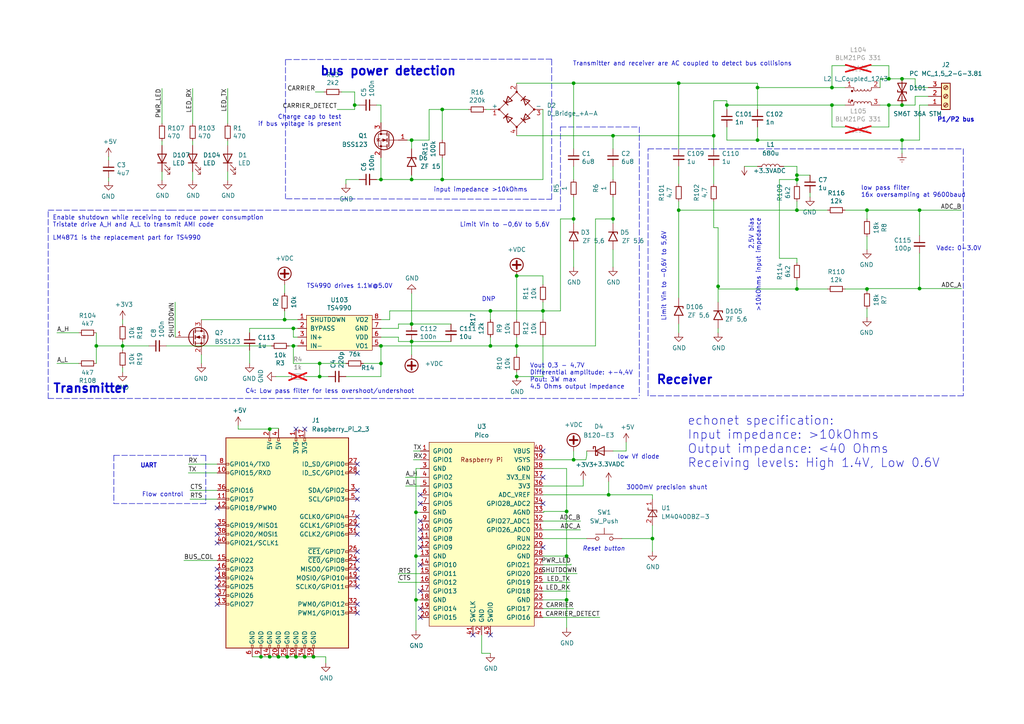
<source format=kicad_sch>
(kicad_sch (version 20230121) (generator eeschema)
  (paper "A4")
  (junction (at 189.23 156.21))
  (junction (at 142.24 100.33))
  (junction (at 120.65 173.99))
  (junction (at 102.87 30.48))
  (junction (at 110.49 105.41))
  (junction (at 196.85 60.96))
  (junction (at 120.65 148.59))
  (junction (at 149.86 100.33))
  (junction (at 75.692 190.5))
  (junction (at 82.55 92.71))
  (junction (at 261.62 22.86))
  (junction (at 176.53 143.51))
  (junction (at 27.94 100.33))
  (junction (at 85.852 190.5))
  (junction (at 110.49 100.33))
  (junction (at 164.338 173.99))
  (junction (at 166.37 63.5))
  (junction (at 119.38 93.98))
  (junction (at 266.7 83.693))
  (junction (at 35.56 100.33))
  (junction (at 80.772 190.5))
  (junction (at 231.14 60.96))
  (junction (at 219.71 40.64))
  (junction (at 196.85 24.13))
  (junction (at 177.8 63.5))
  (junction (at 85.09 100.33))
  (junction (at 210.82 30.48))
  (junction (at 219.71 25.4))
  (junction (at 142.24 90.17))
  (junction (at 119.38 52.07))
  (junction (at 231.14 50.8))
  (junction (at 149.86 109.22))
  (junction (at 241.3 25.4))
  (junction (at 251.46 60.96))
  (junction (at 92.71 109.22))
  (junction (at 266.7 60.96))
  (junction (at 157.48 90.17))
  (junction (at 177.8 39.37))
  (junction (at 78.232 124.46))
  (junction (at 166.37 133.35))
  (junction (at 261.62 40.64))
  (junction (at 257.81 22.86))
  (junction (at 88.392 190.5))
  (junction (at 83.312 190.5))
  (junction (at 128.27 52.07))
  (junction (at 207.01 39.37))
  (junction (at 166.37 24.13))
  (junction (at 257.81 30.48))
  (junction (at 90.932 190.5))
  (junction (at 128.27 31.75))
  (junction (at 110.49 52.07))
  (junction (at 149.86 80.01))
  (junction (at 261.62 30.48))
  (junction (at 119.38 40.64))
  (junction (at 208.28 83.058))
  (junction (at 120.65 161.29))
  (junction (at 164.338 148.336))
  (junction (at 251.46 83.82))
  (junction (at 85.09 95.25))
  (junction (at 119.38 99.06))
  (junction (at 92.71 105.41))
  (junction (at 231.14 52.07))
  (junction (at 231.14 83.82))
  (junction (at 241.3 30.48))
  (junction (at 78.232 190.5))
  (junction (at 164.338 161.29))
  (no_connect (at 142.24 184.15))
  (no_connect (at 137.16 184.15))
  (no_connect (at 103.632 149.86))
  (no_connect (at 121.92 151.13))
  (no_connect (at 121.92 153.67))
  (no_connect (at 121.92 156.21))
  (no_connect (at 121.92 158.75))
  (no_connect (at 157.48 158.75))
  (no_connect (at 157.48 146.05))
  (no_connect (at 157.48 138.43))
  (no_connect (at 121.92 143.51))
  (no_connect (at 121.92 146.05))
  (no_connect (at 121.92 163.83))
  (no_connect (at 121.92 171.45))
  (no_connect (at 121.92 176.53))
  (no_connect (at 121.92 179.07))
  (no_connect (at 103.632 134.62))
  (no_connect (at 103.632 137.16))
  (no_connect (at 62.992 175.26))
  (no_connect (at 85.852 124.46))
  (no_connect (at 103.632 177.8))
  (no_connect (at 103.632 165.1))
  (no_connect (at 103.632 167.64))
  (no_connect (at 103.632 170.18))
  (no_connect (at 103.632 175.26))
  (no_connect (at 103.632 160.02))
  (no_connect (at 103.632 162.56))
  (no_connect (at 103.632 152.4))
  (no_connect (at 103.632 154.94))
  (no_connect (at 62.992 167.64))
  (no_connect (at 62.992 165.1))
  (no_connect (at 62.992 172.72))
  (no_connect (at 62.992 170.18))
  (no_connect (at 88.392 124.46))
  (no_connect (at 62.992 147.32))
  (no_connect (at 103.632 142.24))
  (no_connect (at 103.632 144.78))
  (no_connect (at 62.992 152.4))
  (no_connect (at 62.992 154.94))
  (no_connect (at 62.992 157.48))
  (no_connect (at 157.48 130.81))
  (wire (pts (xy 251.46 60.96) (xy 245.11 60.96)))
  (wire (pts (xy 86.36 97.79) (xy 85.09 97.79)))
  (wire (pts (xy 157.734 148.59) (xy 157.734 148.336)))
  (wire (pts (xy 245.11 36.83) (xy 241.3 36.83)))
  (wire (pts (xy 157.48 179.07) (xy 173.99 179.07)))
  (wire (pts (xy 94.488 190.5) (xy 94.488 192.278)))
  (wire (pts (xy 90.932 190.5) (xy 94.488 190.5)))
  (wire (pts (xy 149.86 39.37) (xy 177.8 39.37)))
  (wire (pts (xy 210.82 29.21) (xy 210.82 30.48)))
  (wire (pts (xy 104.14 52.07) (xy 100.33 52.07)))
  (wire (pts (xy 157.48 90.17) (xy 162.56 90.17)))
  (wire (pts (xy 54.61 137.16) (xy 62.992 137.16)))
  (wire (pts (xy 27.94 100.33) (xy 35.56 100.33)))
  (wire (pts (xy 110.49 95.25) (xy 115.57 95.25)))
  (wire (pts (xy 117.602 138.43) (xy 121.92 138.43)))
  (wire (pts (xy 208.407 83.82) (xy 208.28 83.058)))
  (wire (pts (xy 157.48 171.45) (xy 165.354 171.45)))
  (wire (pts (xy 72.39 95.25) (xy 72.39 96.52)))
  (wire (pts (xy 149.86 100.33) (xy 149.86 102.87)))
  (wire (pts (xy 83.82 109.22) (xy 80.01 109.22)))
  (wire (pts (xy 241.3 30.48) (xy 245.11 30.48)))
  (polyline (pts (xy 160.02 17.145) (xy 82.804 17.272)) (stroke (width 0) (type dash)))
  (wire (pts (xy 266.7 30.48) (xy 266.7 40.64)))
  (wire (pts (xy 210.82 36.83) (xy 210.82 40.64)))
  (wire (pts (xy 100.33 109.22) (xy 110.49 109.22)))
  (wire (pts (xy 231.14 48.26) (xy 231.14 50.8)))
  (wire (pts (xy 166.37 133.35) (xy 169.926 133.35)))
  (wire (pts (xy 27.94 100.33) (xy 27.94 105.41)))
  (wire (pts (xy 252.73 36.83) (xy 257.81 36.83)))
  (wire (pts (xy 196.85 96.52) (xy 196.85 93.98)))
  (wire (pts (xy 99.06 26.67) (xy 102.87 26.67)))
  (wire (pts (xy 128.27 45.72) (xy 128.27 52.07)))
  (wire (pts (xy 164.338 135.89) (xy 164.338 148.336)))
  (wire (pts (xy 149.86 107.95) (xy 149.86 109.22)))
  (wire (pts (xy 157.48 176.53) (xy 166.37 176.53)))
  (wire (pts (xy 165.608 163.576) (xy 165.608 163.83)))
  (wire (pts (xy 180.34 156.21) (xy 189.23 156.21)))
  (wire (pts (xy 110.49 100.33) (xy 142.24 100.33)))
  (wire (pts (xy 119.38 52.07) (xy 128.27 52.07)))
  (wire (pts (xy 110.49 109.22) (xy 110.49 105.41)))
  (wire (pts (xy 177.8 72.39) (xy 177.8 77.47)))
  (wire (pts (xy 140.97 31.75) (xy 142.24 31.75)))
  (wire (pts (xy 164.338 173.99) (xy 164.338 182.118)))
  (wire (pts (xy 119.38 102.87) (xy 119.38 99.06)))
  (wire (pts (xy 166.37 24.13) (xy 196.85 24.13)))
  (wire (pts (xy 241.3 19.05) (xy 245.11 19.05)))
  (wire (pts (xy 157.48 163.83) (xy 165.608 163.83)))
  (wire (pts (xy 234.95 55.88) (xy 234.95 57.15)))
  (wire (pts (xy 255.27 30.48) (xy 257.81 30.48)))
  (wire (pts (xy 196.85 60.96) (xy 231.14 60.96)))
  (wire (pts (xy 257.81 19.05) (xy 257.81 22.86)))
  (polyline (pts (xy 33.02 132.08) (xy 33.02 146.05)) (stroke (width 0) (type dash)))
  (wire (pts (xy 157.48 151.13) (xy 168.402 151.13)))
  (wire (pts (xy 115.57 168.91) (xy 115.57 168.656)))
  (wire (pts (xy 120.65 161.29) (xy 121.92 161.29)))
  (wire (pts (xy 265.43 25.4) (xy 269.24 25.4)))
  (wire (pts (xy 80.772 124.206) (xy 78.232 124.206)))
  (wire (pts (xy 128.27 52.07) (xy 157.48 52.07)))
  (wire (pts (xy 219.71 40.64) (xy 261.62 40.64)))
  (wire (pts (xy 251.46 63.5) (xy 251.46 60.96)))
  (wire (pts (xy 172.72 63.5) (xy 177.8 63.5)))
  (wire (pts (xy 166.37 24.13) (xy 166.37 43.18)))
  (wire (pts (xy 176.53 139.7) (xy 176.53 143.51)))
  (wire (pts (xy 35.56 100.33) (xy 35.56 101.6)))
  (wire (pts (xy 245.11 25.4) (xy 241.3 25.4)))
  (wire (pts (xy 208.28 96.52) (xy 208.28 95.25)))
  (wire (pts (xy 207.01 48.26) (xy 207.01 53.34)))
  (wire (pts (xy 73.152 190.5) (xy 75.692 190.5)))
  (wire (pts (xy 55.118 144.78) (xy 62.992 144.78)))
  (wire (pts (xy 261.62 22.86) (xy 257.81 22.86)))
  (wire (pts (xy 210.82 29.21) (xy 207.01 29.21)))
  (wire (pts (xy 269.24 27.94) (xy 265.43 27.94)))
  (wire (pts (xy 266.7 40.64) (xy 261.62 40.64)))
  (wire (pts (xy 85.09 97.79) (xy 85.09 95.25)))
  (wire (pts (xy 100.33 105.41) (xy 92.71 105.41)))
  (wire (pts (xy 110.49 100.33) (xy 110.49 105.41)))
  (wire (pts (xy 169.164 140.97) (xy 169.164 139.192)))
  (wire (pts (xy 124.46 31.75) (xy 124.46 40.64)))
  (wire (pts (xy 189.23 143.51) (xy 189.23 144.78)))
  (wire (pts (xy 266.7 60.96) (xy 278.892 60.96)))
  (wire (pts (xy 241.3 36.83) (xy 241.3 30.48)))
  (wire (pts (xy 265.43 30.48) (xy 261.62 30.48)))
  (wire (pts (xy 166.37 63.5) (xy 166.37 64.77)))
  (wire (pts (xy 149.86 24.13) (xy 166.37 24.13)))
  (wire (pts (xy 95.25 109.22) (xy 92.71 109.22)))
  (wire (pts (xy 207.01 43.18) (xy 207.01 39.37)))
  (wire (pts (xy 257.81 30.48) (xy 257.81 36.83)))
  (polyline (pts (xy 33.02 132.08) (xy 59.69 132.08)) (stroke (width 0) (type dash)))
  (wire (pts (xy 121.92 168.91) (xy 115.57 168.91)))
  (wire (pts (xy 219.71 31.75) (xy 219.71 25.4)))
  (wire (pts (xy 231.14 52.07) (xy 231.14 50.8)))
  (wire (pts (xy 177.8 48.26) (xy 177.8 52.07)))
  (wire (pts (xy 208.28 66.04) (xy 207.01 66.04)))
  (wire (pts (xy 189.23 156.21) (xy 189.23 160.02)))
  (wire (pts (xy 119.38 40.64) (xy 119.38 43.18)))
  (wire (pts (xy 157.48 31.75) (xy 157.48 52.07)))
  (wire (pts (xy 157.48 148.59) (xy 157.734 148.59)))
  (wire (pts (xy 207.01 58.42) (xy 207.01 66.04)))
  (wire (pts (xy 118.11 40.64) (xy 119.38 40.64)))
  (wire (pts (xy 110.49 52.07) (xy 119.38 52.07)))
  (wire (pts (xy 177.8 63.5) (xy 177.8 64.77)))
  (wire (pts (xy 113.03 90.17) (xy 142.24 90.17)))
  (wire (pts (xy 128.27 31.75) (xy 135.89 31.75)))
  (wire (pts (xy 115.57 97.79) (xy 115.57 99.06)))
  (wire (pts (xy 162.56 90.17) (xy 162.56 63.5)))
  (wire (pts (xy 115.57 95.25) (xy 115.57 93.98)))
  (polyline (pts (xy 185.42 36.83) (xy 185.42 114.808)) (stroke (width 0) (type dash)))
  (wire (pts (xy 251.46 68.58) (xy 251.46 72.39)))
  (wire (pts (xy 252.73 19.05) (xy 257.81 19.05)))
  (polyline (pts (xy 279.4 114.808) (xy 187.96 114.808)) (stroke (width 0) (type dash)))
  (wire (pts (xy 83.82 100.33) (xy 85.09 100.33)))
  (polyline (pts (xy 279.4 43.18) (xy 279.4 114.808)) (stroke (width 0) (type dash)))
  (wire (pts (xy 115.57 99.06) (xy 119.38 99.06)))
  (wire (pts (xy 251.46 60.96) (xy 266.7 60.96)))
  (wire (pts (xy 207.01 29.21) (xy 207.01 39.37)))
  (wire (pts (xy 58.42 102.87) (xy 58.42 105.41)))
  (wire (pts (xy 88.392 190.5) (xy 90.932 190.5)))
  (wire (pts (xy 120.65 135.89) (xy 120.65 148.59)))
  (wire (pts (xy 113.03 92.71) (xy 113.03 90.17)))
  (wire (pts (xy 109.22 30.48) (xy 110.49 30.48)))
  (wire (pts (xy 117.602 140.97) (xy 121.92 140.97)))
  (wire (pts (xy 208.407 83.82) (xy 231.14 83.82)))
  (wire (pts (xy 231.14 52.07) (xy 231.14 53.34)))
  (wire (pts (xy 46.99 25.654) (xy 46.99 35.814)))
  (wire (pts (xy 48.26 100.33) (xy 78.74 100.33)))
  (polyline (pts (xy 13.97 115.57) (xy 13.97 60.96)) (stroke (width 0) (type dash)))
  (wire (pts (xy 166.37 48.26) (xy 166.37 52.07)))
  (polyline (pts (xy 59.69 132.08) (xy 59.69 146.05)) (stroke (width 0) (type dash)))
  (wire (pts (xy 92.71 105.41) (xy 92.71 109.22)))
  (wire (pts (xy 231.14 81.28) (xy 231.14 83.82)))
  (wire (pts (xy 189.23 152.4) (xy 189.23 156.21)))
  (wire (pts (xy 102.87 30.48) (xy 102.87 31.75)))
  (wire (pts (xy 109.22 52.07) (xy 110.49 52.07)))
  (polyline (pts (xy 83.058 57.658) (xy 160.02 57.785)) (stroke (width 0) (type dash)))
  (wire (pts (xy 215.9 48.26) (xy 219.71 48.26)))
  (wire (pts (xy 177.8 39.37) (xy 177.8 43.18)))
  (wire (pts (xy 157.48 173.99) (xy 164.338 173.99)))
  (wire (pts (xy 226.06 52.07) (xy 231.14 52.07)))
  (wire (pts (xy 255.27 22.86) (xy 255.27 25.4)))
  (wire (pts (xy 69.088 124.46) (xy 78.232 124.46)))
  (wire (pts (xy 120.65 161.29) (xy 120.65 173.99)))
  (wire (pts (xy 164.338 148.336) (xy 164.338 161.29)))
  (wire (pts (xy 121.92 166.37) (xy 115.57 166.37)))
  (wire (pts (xy 128.27 31.75) (xy 128.27 40.64)))
  (wire (pts (xy 166.37 57.15) (xy 166.37 63.5)))
  (wire (pts (xy 119.38 99.06) (xy 130.81 99.06)))
  (wire (pts (xy 120.65 148.59) (xy 120.65 161.29)))
  (wire (pts (xy 85.09 100.33) (xy 85.09 105.41)))
  (wire (pts (xy 66.04 25.654) (xy 66.04 35.814)))
  (wire (pts (xy 83.312 190.5) (xy 85.852 190.5)))
  (wire (pts (xy 91.44 26.67) (xy 93.98 26.67)))
  (wire (pts (xy 157.48 135.89) (xy 164.338 135.89)))
  (wire (pts (xy 251.46 83.82) (xy 251.46 84.455)))
  (wire (pts (xy 92.71 105.41) (xy 85.09 105.41)))
  (wire (pts (xy 149.86 97.79) (xy 149.86 100.33)))
  (wire (pts (xy 157.48 153.67) (xy 168.402 153.67)))
  (wire (pts (xy 157.48 168.91) (xy 165.354 168.91)))
  (wire (pts (xy 97.79 31.75) (xy 102.87 31.75)))
  (wire (pts (xy 265.43 27.94) (xy 265.43 30.48)))
  (wire (pts (xy 210.82 40.64) (xy 219.71 40.64)))
  (wire (pts (xy 85.09 100.33) (xy 86.36 100.33)))
  (wire (pts (xy 240.03 60.96) (xy 231.14 60.96)))
  (wire (pts (xy 72.39 95.25) (xy 85.09 95.25)))
  (wire (pts (xy 245.11 83.82) (xy 251.46 83.82)))
  (wire (pts (xy 181.61 130.81) (xy 181.61 128.27)))
  (wire (pts (xy 269.24 30.48) (xy 266.7 30.48)))
  (wire (pts (xy 50.8 87.63) (xy 50.8 97.79)))
  (wire (pts (xy 110.49 97.79) (xy 115.57 97.79)))
  (wire (pts (xy 139.7 189.484) (xy 142.24 189.484)))
  (wire (pts (xy 149.86 80.01) (xy 157.48 80.01)))
  (wire (pts (xy 266.7 60.96) (xy 266.7 68.326)))
  (wire (pts (xy 261.62 22.86) (xy 265.43 22.86)))
  (wire (pts (xy 231.14 74.93) (xy 226.06 74.93)))
  (wire (pts (xy 35.56 92.71) (xy 35.56 93.98)))
  (wire (pts (xy 196.85 43.18) (xy 196.85 24.13)))
  (wire (pts (xy 208.28 83.058) (xy 208.28 87.63)))
  (wire (pts (xy 196.85 48.26) (xy 196.85 53.34)))
  (wire (pts (xy 149.86 80.01) (xy 149.86 92.71)))
  (wire (pts (xy 164.338 161.29) (xy 164.338 173.99)))
  (wire (pts (xy 266.7 73.406) (xy 266.7 83.693)))
  (polyline (pts (xy 162.56 36.83) (xy 185.42 36.83)) (stroke (width 0) (type dash)))
  (wire (pts (xy 85.852 190.5) (xy 88.392 190.5)))
  (wire (pts (xy 115.57 93.98) (xy 119.38 93.98)))
  (wire (pts (xy 85.09 95.25) (xy 86.36 95.25)))
  (wire (pts (xy 157.48 109.22) (xy 149.86 109.22)))
  (wire (pts (xy 231.14 83.82) (xy 240.03 83.82)))
  (wire (pts (xy 120.65 173.99) (xy 121.92 173.99)))
  (wire (pts (xy 22.86 105.41) (xy 16.51 105.41)))
  (wire (pts (xy 110.49 92.71) (xy 113.03 92.71)))
  (wire (pts (xy 231.14 58.42) (xy 231.14 60.96)))
  (wire (pts (xy 53.34 162.56) (xy 62.992 162.56)))
  (wire (pts (xy 157.48 143.51) (xy 176.53 143.51)))
  (wire (pts (xy 157.48 97.79) (xy 157.48 109.22)))
  (wire (pts (xy 227.33 48.26) (xy 231.14 48.26)))
  (wire (pts (xy 172.72 100.33) (xy 172.72 63.5)))
  (wire (pts (xy 142.24 90.17) (xy 157.48 90.17)))
  (wire (pts (xy 142.24 90.17) (xy 142.24 92.71)))
  (wire (pts (xy 80.772 190.5) (xy 83.312 190.5)))
  (wire (pts (xy 157.48 166.37) (xy 167.386 166.37)))
  (wire (pts (xy 177.8 57.15) (xy 177.8 63.5)))
  (wire (pts (xy 78.232 124.206) (xy 78.232 124.46)))
  (wire (pts (xy 58.42 92.71) (xy 82.55 92.71)))
  (wire (pts (xy 82.55 92.71) (xy 86.36 92.71)))
  (wire (pts (xy 157.48 80.01) (xy 157.48 82.55)))
  (wire (pts (xy 66.04 40.894) (xy 66.04 42.164)))
  (wire (pts (xy 72.39 105.41) (xy 72.39 101.6)))
  (wire (pts (xy 82.55 82.55) (xy 82.55 85.09)))
  (wire (pts (xy 69.088 124.46) (xy 69.088 123.444)))
  (wire (pts (xy 142.24 100.33) (xy 149.86 100.33)))
  (wire (pts (xy 278.892 83.693) (xy 266.7 83.693)))
  (polyline (pts (xy 162.56 60.96) (xy 162.56 36.83)) (stroke (width 0) (type dash)))
  (wire (pts (xy 196.85 24.13) (xy 219.71 24.13)))
  (wire (pts (xy 219.71 25.4) (xy 219.71 24.13)))
  (wire (pts (xy 169.926 133.35) (xy 170.18 132.08)))
  (polyline (pts (xy 49.53 60.96) (xy 162.56 60.96)) (stroke (width 0) (type dash)))
  (wire (pts (xy 35.56 99.06) (xy 35.56 100.33)))
  (wire (pts (xy 166.37 130.81) (xy 166.37 133.35)))
  (wire (pts (xy 92.71 109.22) (xy 88.9 109.22)))
  (polyline (pts (xy 160.02 57.785) (xy 160.02 17.145)) (stroke (width 0) (type dash)))
  (wire (pts (xy 115.57 166.37) (xy 115.57 166.624)))
  (wire (pts (xy 102.87 30.48) (xy 104.14 30.48)))
  (wire (pts (xy 120.65 148.59) (xy 121.92 148.59)))
  (polyline (pts (xy 187.96 114.808) (xy 187.96 43.18)) (stroke (width 0) (type dash)))
  (wire (pts (xy 35.56 106.68) (xy 35.56 107.95)))
  (wire (pts (xy 27.94 96.52) (xy 27.94 100.33)))
  (wire (pts (xy 119.38 40.64) (xy 124.46 40.64)))
  (wire (pts (xy 35.56 100.33) (xy 43.18 100.33)))
  (wire (pts (xy 82.55 90.17) (xy 82.55 92.71)))
  (wire (pts (xy 196.85 60.96) (xy 196.85 86.36)))
  (wire (pts (xy 55.88 40.894) (xy 55.88 42.164)))
  (wire (pts (xy 55.88 49.784) (xy 55.88 52.324)))
  (polyline (pts (xy 13.97 115.57) (xy 185.42 115.57)) (stroke (width 0) (type dash)))
  (wire (pts (xy 55.88 25.654) (xy 55.88 35.814)))
  (wire (pts (xy 196.85 58.42) (xy 196.85 60.96)))
  (wire (pts (xy 157.734 148.336) (xy 164.338 148.336)))
  (wire (pts (xy 166.37 72.39) (xy 166.37 77.47)))
  (wire (pts (xy 157.48 87.63) (xy 157.48 90.17)))
  (wire (pts (xy 120.65 173.99) (xy 120.65 182.88)))
  (wire (pts (xy 226.06 74.93) (xy 226.06 52.07)))
  (wire (pts (xy 46.99 40.894) (xy 46.99 42.164)))
  (wire (pts (xy 176.53 143.51) (xy 189.23 143.51)))
  (wire (pts (xy 149.86 100.33) (xy 172.72 100.33)))
  (wire (pts (xy 31.496 51.562) (xy 31.496 52.578)))
  (wire (pts (xy 139.7 184.15) (xy 139.7 189.484)))
  (wire (pts (xy 170.18 132.08) (xy 170.18 130.81)))
  (wire (pts (xy 210.82 30.48) (xy 210.82 31.75)))
  (wire (pts (xy 265.43 25.4) (xy 265.43 22.86)))
  (wire (pts (xy 157.48 161.29) (xy 164.338 161.29)))
  (wire (pts (xy 119.888 130.81) (xy 121.92 130.81)))
  (wire (pts (xy 105.41 105.41) (xy 110.49 105.41)))
  (wire (pts (xy 31.496 45.466) (xy 31.496 46.482)))
  (polyline (pts (xy 59.69 146.05) (xy 33.02 146.05)) (stroke (width 0) (type dash)))
  (wire (pts (xy 102.87 26.67) (xy 102.87 30.48)))
  (wire (pts (xy 157.48 156.21) (xy 170.18 156.21)))
  (wire (pts (xy 177.8 39.37) (xy 207.01 39.37)))
  (wire (pts (xy 208.28 66.04) (xy 208.28 83.058)))
  (wire (pts (xy 119.38 50.8) (xy 119.38 52.07)))
  (wire (pts (xy 251.46 83.693) (xy 251.46 83.82)))
  (wire (pts (xy 121.92 135.89) (xy 120.65 135.89)))
  (wire (pts (xy 219.71 36.83) (xy 219.71 40.64)))
  (wire (pts (xy 157.48 140.97) (xy 169.164 140.97)))
  (wire (pts (xy 261.62 40.64) (xy 261.62 44.45)))
  (wire (pts (xy 219.71 25.4) (xy 241.3 25.4)))
  (wire (pts (xy 66.04 49.784) (xy 66.04 52.324)))
  (wire (pts (xy 46.99 49.784) (xy 46.99 52.324)))
  (polyline (pts (xy 13.97 60.96) (xy 49.53 60.96)) (stroke (width 0) (type dash)))
  (wire (pts (xy 162.56 63.5) (xy 166.37 63.5)))
  (wire (pts (xy 210.82 30.48) (xy 241.3 30.48)))
  (wire (pts (xy 110.49 30.48) (xy 110.49 35.56)))
  (wire (pts (xy 142.24 97.79) (xy 142.24 100.33)))
  (wire (pts (xy 251.46 89.535) (xy 251.46 92.075)))
  (wire (pts (xy 54.61 134.62) (xy 62.992 134.62)))
  (wire (pts (xy 80.772 124.206) (xy 80.772 124.46)))
  (wire (pts (xy 231.14 74.93) (xy 231.14 76.2)))
  (wire (pts (xy 241.3 25.4) (xy 241.3 19.05)))
  (wire (pts (xy 128.27 31.75) (xy 124.46 31.75)))
  (wire (pts (xy 100.33 52.07) (xy 100.33 53.34)))
  (wire (pts (xy 177.8 130.81) (xy 181.61 130.81)))
  (wire (pts (xy 78.232 190.5) (xy 80.772 190.5)))
  (polyline (pts (xy 82.804 17.272) (xy 82.804 57.658)) (stroke (width 0) (type dash)))
  (wire (pts (xy 119.38 85.09) (xy 119.38 93.98)))
  (wire (pts (xy 119.888 133.35) (xy 121.92 133.35)))
  (wire (pts (xy 16.51 96.52) (xy 22.86 96.52)))
  (wire (pts (xy 157.48 90.17) (xy 157.48 92.71)))
  (wire (pts (xy 257.81 30.48) (xy 261.62 30.48)))
  (wire (pts (xy 75.692 190.5) (xy 78.232 190.5)))
  (wire (pts (xy 257.81 22.86) (xy 255.27 22.86)))
  (polyline (pts (xy 187.96 43.18) (xy 279.4 43.18)) (stroke (width 0) (type dash)))
  (wire (pts (xy 110.49 45.72) (xy 110.49 52.07)))
  (wire (pts (xy 119.38 93.98) (xy 130.81 93.98)))
  (wire (pts (xy 231.14 50.8) (xy 234.95 50.8)))
  (wire (pts (xy 266.7 83.693) (xy 251.46 83.693)))
  (wire (pts (xy 157.48 133.35) (xy 166.37 133.35)))
  (wire (pts (xy 55.118 142.24) (xy 62.992 142.24)))
  (text "P1/P2 bus" (at 271.78 35.56 0) (effects (font (size 1.27 1.27) (thickness 0.254) bold) (justify left bottom)))
  (text "bus power detection" (at 92.71 22.225 0) (effects (font (size 2.54 2.54) (thickness 0.508) bold) (justify left bottom)))
  (text "TS4990 drives 1.1W@5.0V" (at 88.9 83.82 0) (effects (font (size 1.27 1.27)) (justify left bottom)))
  (text "UART" (at 40.64 135.89 0) (effects (font (size 1.27 1.27) (thickness 0.254) bold) (justify left bottom)))
  (text "Transmitter and receiver are AC coupled to detect bus collisions" (at 166.116 19.304 0) (effects (font (size 1.27 1.27)) (justify left bottom)))
  (text "C4: Low pass filter for less overshoot/undershoot" (at 71.12 114.3 0) (effects (font (size 1.27 1.27)) (justify left bottom)))
  (text "input impedance >10kOhms" (at 125.73 55.88 0) (effects (font (size 1.27 1.27)) (justify left bottom)))
  (text "Vout 0,3 - 4,7V\nDifferential amplitude: +-4,4V\nPout: 3W max\n4.5 Ohms output impedance" (at 153.67 113.03 0) (effects (font (size 1.27 1.27)) (justify left bottom)))
  (text "low Vf diode" (at 179.07 133.35 0) (effects (font (size 1.27 1.27)) (justify left bottom)))
  (text "DNP" (at 139.7 87.63 0) (effects (font (size 1.27 1.27)) (justify left bottom)))
  (text "low pass filter\n16x oversampling at 9600baud" (at 249.682 57.404 0) (effects (font (size 1.27 1.27)) (justify left bottom)))
  (text "Reset button" (at 168.91 160.02 0) (effects (font (size 1.27 1.27) italic) (justify left bottom)))
  (text "Flow control" (at 41.148 144.272 0) (effects (font (size 1.27 1.27)) (justify left bottom)))
  (text "Limit Vin to -0,6V to 5,6V" (at 193.294 93.218 90) (effects (font (size 1.27 1.27)) (justify left bottom)))
  (text "Transmitter" (at 15.24 114.3 0) (effects (font (size 2.54 2.54) (thickness 0.508) bold) (justify left bottom)))
  (text "echonet specification:\nInput impedance: >10kOhms\nOutput impedance: <40 Ohms\nReceiving levels: High 1.4V, Low 0.6V" (at 199.39 135.89 0) (effects (font (size 2.54 2.54)) (justify left bottom)))
  (text "Charge cap to test\nif bus voltage is present" (at 99.06 36.83 0) (effects (font (size 1.27 1.27)) (justify right bottom)))
  (text "3000mV precision shunt" (at 181.61 142.24 0) (effects (font (size 1.27 1.27)) (justify left bottom)))
  (text "2,5V bias\n>10kOhms input impedance" (at 220.726 63.246 90) (effects (font (size 1.27 1.27)) (justify right bottom)))
  (text "Limit Vin to -0,6V to 5,6V" (at 133.35 66.04 0) (effects (font (size 1.27 1.27)) (justify left bottom)))
  (text "Enable shutdown while receiving to reduce power consumption\nTristate drive A_H and A_L to transmit AMI code" (at 15.24 66.04 0) (effects (font (size 1.27 1.27)) (justify left bottom)))
  (text "Vadc: 0-3.0V" (at 271.526 72.898 0) (effects (font (size 1.27 1.27)) (justify left bottom)))
  (text "LM4871 is the replacement part for TS4990" (at 15.24 69.85 0) (effects (font (size 1.27 1.27)) (justify left bottom)))
  (text "Receiver" (at 190.246 111.76 0) (effects (font (size 2.54 2.54) (thickness 0.508) bold) (justify left bottom)))
  (label "ADC_A" (at 168.402 153.67 180))
  (label "SHUTDOWN" (at 167.386 166.37 180))
  (label "RX" (at 54.61 134.62 0))
  (label "ADC_B" (at 168.402 151.13 180))
  (label "CARRIER" (at 166.37 176.53 180))
  (label "SHUTDOWN" (at 50.8 87.63 270))
  (label "A_L" (at 117.602 140.97 0))
  (label "BUS_COL" (at 53.34 162.56 0))
  (label "RX" (at 119.888 133.35 0))
  (label "CTS" (at 115.57 168.656 0))
  (label "RTS" (at 115.57 166.624 0))
  (label "LED_TX" (at 165.354 168.91 180))
  (label "RTS" (at 55.118 144.78 0))
  (label "PWR_LED" (at 46.99 25.654 270))
  (label "LED_RX" (at 165.354 171.45 180))
  (label "TX" (at 119.888 130.81 0))
  (label "LED_RX" (at 55.88 25.654 270))
  (label "LED_TX" (at 66.04 25.654 270))
  (label "PWR_LED" (at 165.608 163.576 180))
  (label "CARRIER_DETECT" (at 173.99 179.07 180))
  (label "CARRIER" (at 91.44 26.67 180))
  (label "ADC_B" (at 278.892 60.96 180))
  (label "A_L" (at 16.51 105.41 0))
  (label "A_H" (at 16.51 96.52 0))
  (label "ADC_A" (at 278.892 83.693 180))
  (label "A_H" (at 117.602 138.43 0))
  (label "TX" (at 54.61 137.16 0))
  (label "CARRIER_DETECT" (at 97.79 31.75 180))
  (label "CTS" (at 55.118 142.24 0))
  (symbol (lib_id "Device:LED") (at 55.88 45.974 90) (unit 1)
    (property "Reference" "D104" (at 58.8772 44.9834 90) (effects (justify right)))
    (property "Value" "LED" (at 58.8772 47.2948 90) (effects (justify right)))
    (property "Footprint" "LED_SMD:LED_0805_2012Metric_Pad1.15x1.40mm_HandSolder" (effects hide))
  )
  (symbol (lib_id "Device:R_Small") (at 55.88 38.354 0) (unit 1)
    (property "Reference" "R103" (at 57.3786 37.1856 0) (effects (justify left)))
    (property "Value" "470" (at 57.3786 39.497 0) (effects (justify left)))
    (property "Footprint" "Resistor_SMD:R_0805_2012Metric_Pad1.20x1.40mm_HandSolder" (effects hide))
  )
  (symbol (lib_id "power:GND") (at 55.88 52.324 0) (unit 1)
    (property "Reference" "#PWR0109" (effects hide))
    (property "Value" "GND" (at 56.007 56.7182 0))
  )
  (symbol (lib_id "Device:D_Bridge_+A-A") (at 149.86 31.75 180) (unit 1)
    (property "Reference" "D2" (at 158.5976 30.5816 0) (effects (justify right)))
    (property "Value" "D_Bridge_+A-A" (at 158.5976 32.893 0) (effects (justify right)))
    (property "Footprint" "Diode_THT:Diode_Bridge_Round_D9.0mm" (effects hide))
  )
  (symbol (lib_id "p1p2_rs232_receiver-rescue:L_Core_Ferrite-Device") (at 248.92 19.05 270) (unit 1) (dnp yes)
    (property "Reference" "L104" (at 248.92 14.4526 90))
    (property "Value" "BLM21PG 331" (at 248.92 16.764 90))
    (property "Footprint" "Inductor_SMD:L_0805_2012Metric_Pad1.15x1.40mm_HandSolder" (effects hide))
  )
  (symbol (lib_id "p1p2_rs232_receiver-rescue:L_Core_Ferrite-Device") (at 248.92 36.83 270) (unit 1) (dnp yes)
    (property "Reference" "L105" (at 248.92 32.2326 90))
    (property "Value" "BLM21PG 331" (at 248.92 34.544 90))
    (property "Footprint" "Inductor_SMD:L_0805_2012Metric_Pad1.15x1.40mm_HandSolder" (effects hide))
  )
  (symbol (lib_id "Device:D_TVS") (at 261.62 26.67 270) (unit 1)
    (property "Reference" "D101" (at 263.652 25.5016 90) (effects (justify left)))
    (property "Value" "SM6T 36A STM" (at 259.08 33.02 90) (effects (justify left)))
    (property "Footprint" "Diode_SMD:D_SMB" (effects hide))
  )
  (symbol (lib_id "Device:C_Small") (at 196.85 45.72 0) (unit 1)
    (property "Reference" "C109" (at 199.1868 44.5516 0) (effects (justify left)))
    (property "Value" "1u" (at 199.1868 46.863 0) (effects (justify left)))
    (property "Footprint" "Capacitor_SMD:C_1210_3225Metric_Pad1.33x2.70mm_HandSolder" (effects hide))
  )
  (symbol (lib_id "Device:C_Small") (at 207.01 45.72 0) (unit 1)
    (property "Reference" "C110" (at 209.3468 44.5516 0) (effects (justify left)))
    (property "Value" "1u" (at 209.3468 46.863 0) (effects (justify left)))
    (property "Footprint" "Capacitor_SMD:C_1210_3225Metric_Pad1.33x2.70mm_HandSolder" (effects hide))
  )
  (symbol (lib_id "Device:R_Small") (at 196.85 55.88 180) (unit 1)
    (property "Reference" "R101" (at 191.8716 55.88 90))
    (property "Value" "4.7" (at 194.183 55.88 90))
    (property "Footprint" "Resistor_SMD:R_0805_2012Metric_Pad1.20x1.40mm_HandSolder" (effects hide))
  )
  (symbol (lib_id "Device:R_Small") (at 207.01 55.88 180) (unit 1)
    (property "Reference" "R102" (at 202.0316 55.88 90))
    (property "Value" "4,7" (at 204.343 55.88 90))
    (property "Footprint" "Resistor_SMD:R_0805_2012Metric_Pad1.20x1.40mm_HandSolder" (effects hide))
  )
  (symbol (lib_id "Diode:SM6T24A") (at 208.28 91.44 270) (unit 1)
    (property "Reference" "D105" (at 210.312 90.2716 90) (effects (justify left)))
    (property "Value" "ZF 5,6" (at 210.312 92.583 90) (effects (justify left)))
    (property "Footprint" "Diode_THT:D_DO-41_SOD81_P5.08mm_Vertical_AnodeUp" (effects hide))
    (property "Datasheet" "https://www.st.com/resource/en/datasheet/sm6t.pdf" (effects hide))
  )
  (symbol (lib_id "Diode:SM6T24A") (at 196.85 90.17 270) (unit 1)
    (property "Reference" "D106" (at 198.882 89.0016 90) (effects (justify left)))
    (property "Value" "ZF 5,6" (at 199.39 91.44 90) (effects (justify left)))
    (property "Footprint" "Diode_THT:D_DO-41_SOD81_P5.08mm_Vertical_AnodeUp" (effects hide))
    (property "Datasheet" "https://www.st.com/resource/en/datasheet/sm6t.pdf" (effects hide))
  )
  (symbol (lib_id "power:GND") (at 196.85 96.52 0) (unit 1)
    (property "Reference" "#PWR0113" (effects hide))
    (property "Value" "GND" (at 196.977 100.9142 0))
  )
  (symbol (lib_id "power:GND") (at 208.28 96.52 0) (unit 1)
    (property "Reference" "#PWR0112" (effects hide))
    (property "Value" "GND" (at 208.407 100.9142 0))
  )
  (symbol (lib_id "power:Earth") (at 261.62 44.45 0) (unit 1)
    (property "Reference" "#PWR0105" (effects hide))
    (property "Value" "Earth" (effects hide))
  )
  (symbol (lib_id "Device:R_Small") (at 242.57 60.96 270) (mirror x) (unit 1)
    (property "Reference" "R116" (at 242.57 55.9816 90))
    (property "Value" "12k" (at 242.57 58.293 90))
    (property "Footprint" "Resistor_SMD:R_0805_2012Metric_Pad1.20x1.40mm_HandSolder" (effects hide))
  )
  (symbol (lib_id "Device:R_Small") (at 231.14 78.74 0) (mirror y) (unit 1)
    (property "Reference" "R114" (at 226.1616 78.74 90))
    (property "Value" "6k2" (at 228.473 78.74 90))
    (property "Footprint" "Resistor_SMD:R_0805_2012Metric_Pad1.20x1.40mm_HandSolder" (effects hide))
  )
  (symbol (lib_id "Device:R_Small") (at 242.57 83.82 270) (mirror x) (unit 1)
    (property "Reference" "R110" (at 242.57 78.8416 90))
    (property "Value" "12k" (at 242.57 81.153 90))
    (property "Footprint" "Resistor_SMD:R_0805_2012Metric_Pad1.20x1.40mm_HandSolder" (effects hide))
  )
  (symbol (lib_id "Device:R_Small") (at 231.14 55.88 0) (mirror y) (unit 1)
    (property "Reference" "R109" (at 226.1616 55.88 90))
    (property "Value" "6k2" (at 228.473 55.88 90))
    (property "Footprint" "Resistor_SMD:R_0805_2012Metric_Pad1.20x1.40mm_HandSolder" (effects hide))
  )
  (symbol (lib_id "Device:C_Small") (at 266.7 70.866 0) (mirror y) (unit 1)
    (property "Reference" "C115" (at 264.3632 69.6976 0) (effects (justify left)))
    (property "Value" "100p" (at 264.3632 72.009 0) (effects (justify left)))
    (property "Footprint" "Capacitor_SMD:C_0603_1608Metric_Pad1.08x0.95mm_HandSolder" (effects hide))
  )
  (symbol (lib_id "LM4861:LM4861") (at 99.06 104.14 0) (unit 1)
    (property "Reference" "U103" (at 98.425 86.995 0))
    (property "Value" "TS4990" (at 98.425 89.3064 0))
    (property "Footprint" "Package_SO:SOIC-8_3.9x4.9mm_P1.27mm" (effects hide))
    (property "Datasheet" "https://www.ti.com/lit/ds/symlink/lm4861.pdf" (effects hide))
  )
  (symbol (lib_id "Device:C_Small") (at 119.38 96.52 0) (unit 1)
    (property "Reference" "C112" (at 121.7168 95.3516 0) (effects (justify left)))
    (property "Value" "100n" (at 121.7168 97.663 0) (effects (justify left)))
    (property "Footprint" "Capacitor_SMD:C_0805_2012Metric_Pad1.18x1.45mm_HandSolder" (effects hide))
  )
  (symbol (lib_id "Device:C_Small") (at 72.39 99.06 0) (unit 1)
    (property "Reference" "C113" (at 74.7268 97.8916 0) (effects (justify left)))
    (property "Value" "1u" (at 74.7268 100.203 0) (effects (justify left)))
    (property "Footprint" "Capacitor_SMD:C_0603_1608Metric_Pad1.08x0.95mm_HandSolder" (effects hide))
  )
  (symbol (lib_id "power:GND") (at 119.38 85.09 0) (mirror x) (unit 1)
    (property "Reference" "#PWR0116" (effects hide))
    (property "Value" "GND" (at 119.507 80.6958 0))
  )
  (symbol (lib_id "power:GND") (at 72.39 105.41 0) (mirror y) (unit 1)
    (property "Reference" "#PWR0118" (effects hide))
    (property "Value" "GND" (at 72.263 109.8042 0))
  )
  (symbol (lib_id "Device:R_Small") (at 25.4 96.52 90) (unit 1)
    (property "Reference" "R104" (at 25.4 91.5416 90))
    (property "Value" "4k7" (at 25.4 93.853 90))
    (property "Footprint" "Resistor_SMD:R_0805_2012Metric_Pad1.20x1.40mm_HandSolder" (effects hide))
  )
  (symbol (lib_id "Device:R_Small") (at 25.4 105.41 270) (unit 1)
    (property "Reference" "R108" (at 25.4 110.3884 90))
    (property "Value" "4k7" (at 25.4 108.077 90))
    (property "Footprint" "Resistor_SMD:R_0805_2012Metric_Pad1.20x1.40mm_HandSolder" (effects hide))
  )
  (symbol (lib_id "Device:C_Small") (at 219.71 34.29 0) (unit 1)
    (property "Reference" "C102" (at 222.0468 33.1216 0) (effects (justify left)))
    (property "Value" "1n" (at 222.0468 35.433 0) (effects (justify left)))
    (property "Footprint" "Capacitor_SMD:C_0603_1608Metric_Pad1.08x0.95mm_HandSolder" (effects hide))
  )
  (symbol (lib_id "Device:C_Small") (at 210.82 34.29 0) (unit 1)
    (property "Reference" "C101" (at 213.1568 33.1216 0) (effects (justify left)))
    (property "Value" "1n" (at 213.1568 35.433 0) (effects (justify left)))
    (property "Footprint" "Capacitor_SMD:C_0603_1608Metric_Pad1.08x0.95mm_HandSolder" (effects hide))
  )
  (symbol (lib_id "power:GND") (at 46.99 52.324 0) (unit 1)
    (property "Reference" "#PWR0120" (effects hide))
    (property "Value" "GND" (at 47.117 56.7182 0))
  )
  (symbol (lib_id "Device:R_Small") (at 46.99 38.354 0) (unit 1)
    (property "Reference" "R107" (at 48.4886 37.1856 0) (effects (justify left)))
    (property "Value" "470" (at 48.4886 39.497 0) (effects (justify left)))
    (property "Footprint" "Resistor_SMD:R_0805_2012Metric_Pad1.20x1.40mm_HandSolder" (effects hide))
  )
  (symbol (lib_id "Device:LED") (at 46.99 45.974 90) (unit 1)
    (property "Reference" "D107" (at 49.9872 44.9834 90) (effects (justify right)))
    (property "Value" "LED" (at 49.9872 47.2948 90) (effects (justify right)))
    (property "Footprint" "LED_SMD:LED_0805_2012Metric_Pad1.15x1.40mm_HandSolder" (effects hide))
  )
  (symbol (lib_id "Device:C_Small") (at 130.81 96.52 0) (unit 1)
    (property "Reference" "C111" (at 133.1468 95.3516 0) (effects (justify left)))
    (property "Value" "10u" (at 133.1468 97.663 0) (effects (justify left)))
    (property "Footprint" "Capacitor_SMD:C_1210_3225Metric_Pad1.33x2.70mm_HandSolder" (effects hide))
  )
  (symbol (lib_id "power:GND") (at 80.01 109.22 270) (mirror x) (unit 1)
    (property "Reference" "#PWR0132" (effects hide))
    (property "Value" "GND" (at 75.6158 109.093 0))
  )
  (symbol (lib_id "Device:LED") (at 66.04 45.974 90) (unit 1)
    (property "Reference" "D1" (at 69.0372 44.9834 90) (effects (justify right)))
    (property "Value" "LED" (at 69.0372 47.2948 90) (effects (justify right)))
    (property "Footprint" "LED_SMD:LED_0805_2012Metric_Pad1.15x1.40mm_HandSolder" (effects hide))
  )
  (symbol (lib_id "power:GND") (at 66.04 52.324 0) (unit 1)
    (property "Reference" "#PWR0125" (effects hide))
    (property "Value" "GND" (at 66.167 56.7182 0))
  )
  (symbol (lib_id "power:GND") (at 142.24 189.484 0) (unit 1)
    (property "Reference" "#PWR0122" (effects hide))
    (property "Value" "GND" (at 142.367 193.8782 0))
  )
  (symbol (lib_id "power:GND") (at 58.42 105.41 0) (mirror y) (unit 1)
    (property "Reference" "#PWR?" (effects hide))
    (property "Value" "GND" (at 58.293 109.8042 0))
  )
  (symbol (lib_id "Device:R_Small") (at 149.86 95.25 0) (mirror y) (unit 1)
    (property "Reference" "R9" (at 144.8816 95.25 90))
    (property "Value" "10k" (at 147.193 95.25 90))
    (property "Footprint" "Resistor_SMD:R_0805_2012Metric_Pad1.20x1.40mm_HandSolder" (effects hide))
  )
  (symbol (lib_id "Transistor_FET:BSS123") (at 55.88 97.79 0) (unit 1)
    (property "Reference" "Q?" (at 62.23 96.5199 0) (effects (justify left)))
    (property "Value" "BSS123" (at 62.23 99.0599 0) (effects (justify left)))
    (property "Footprint" "Package_TO_SOT_SMD:SOT-23" (effects hide))
    (property "Datasheet" "http://www.diodes.com/assets/Datasheets/ds30366.pdf" (effects hide))
  )
  (symbol (lib_id "power:GND") (at 251.46 92.075 0) (mirror y) (unit 1)
    (property "Reference" "#PWR0104" (effects hide))
    (property "Value" "GND" (at 251.333 96.4692 0))
  )
  (symbol (lib_id "Device:C_Small") (at 45.72 100.33 90) (unit 1)
    (property "Reference" "C8" (at 44.5516 97.9932 0) (effects (justify left)))
    (property "Value" "100n" (at 46.863 97.9932 0) (effects (justify left)))
    (property "Footprint" "Capacitor_SMD:C_0805_2012Metric_Pad1.18x1.45mm_HandSolder" (effects hide))
  )
  (symbol (lib_id "power:GND") (at 177.8 77.47 0) (unit 1)
    (property "Reference" "#PWR0108" (effects hide))
    (property "Value" "GND" (at 177.927 81.8642 0))
  )
  (symbol (lib_id "power:+VDC") (at 166.37 130.81 0) (unit 1)
    (property "Reference" "#PWR0126" (effects hide))
    (property "Value" "+VDC" (at 166.37 123.19 0))
  )
  (symbol (lib_id "Device:R_Small") (at 251.46 86.995 0) (mirror x) (unit 1)
    (property "Reference" "R7" (at 256.4384 86.995 90))
    (property "Value" "18k" (at 254.127 86.995 90))
    (property "Footprint" "Resistor_SMD:R_0805_2012Metric_Pad1.20x1.40mm_HandSolder" (effects hide))
  )
  (symbol (lib_id "power:GND") (at 94.488 192.278 0) (unit 1)
    (property "Reference" "#PWR0124" (effects hide))
    (property "Value" "GND" (at 94.615 196.6722 0))
  )
  (symbol (lib_id "Device:R_Small") (at 177.8 54.61 180) (unit 1)
    (property "Reference" "R6" (at 172.8216 54.61 90))
    (property "Value" "1" (at 175.133 54.61 90))
    (property "Footprint" "Resistor_SMD:R_0805_2012Metric_Pad1.20x1.40mm_HandSolder" (effects hide))
  )
  (symbol (lib_id "Device:C_Small") (at 31.496 49.022 0) (unit 1)
    (property "Reference" "C3" (at 33.8328 47.8536 0) (effects (justify left)))
    (property "Value" "4u7" (at 33.8328 50.165 0) (effects (justify left)))
    (property "Footprint" "Capacitor_SMD:C_1210_3225Metric_Pad1.33x2.70mm_HandSolder" (effects hide))
  )
  (symbol (lib_id "Device:C_Small") (at 106.68 52.07 90) (unit 1)
    (property "Reference" "C6" (at 105.5116 49.7332 0) (effects (justify left)))
    (property "Value" "100n" (at 107.823 49.7332 0) (effects (justify left)))
    (property "Footprint" "Capacitor_SMD:C_0805_2012Metric_Pad1.18x1.45mm_HandSolder" (effects hide))
  )
  (symbol (lib_id "Device:R_Small") (at 66.04 38.354 0) (unit 1)
    (property "Reference" "R1" (at 67.5386 37.1856 0) (effects (justify left)))
    (property "Value" "470" (at 67.5386 39.497 0) (effects (justify left)))
    (property "Footprint" "Resistor_SMD:R_0805_2012Metric_Pad1.20x1.40mm_HandSolder" (effects hide))
  )
  (symbol (lib_id "Device:C_Small") (at 97.79 109.22 90) (unit 1)
    (property "Reference" "C4" (at 96.6216 106.8832 0) (effects (justify left)))
    (property "Value" "220p" (at 98.933 106.8832 0) (effects (justify left)))
    (property "Footprint" "Capacitor_SMD:C_0805_2012Metric_Pad1.18x1.45mm_HandSolder" (effects hide))
  )
  (symbol (lib_id "Diode:B120-E3") (at 173.99 130.81 0) (unit 1)
    (property "Reference" "D4" (at 173.6725 123.698 0))
    (property "Value" "B120-E3" (at 173.6725 126.238 0))
    (property "Footprint" "Diode_SMD:D_SMA" (effects hide))
    (property "Datasheet" "http://www.vishay.com/docs/88946/b120.pdf" (effects hide))
  )
  (symbol (lib_id "power:GND") (at 251.46 72.39 0) (mirror y) (unit 1)
    (property "Reference" "#PWR0106" (effects hide))
    (property "Value" "GND" (at 251.333 76.7842 0))
  )
  (symbol (lib_id "power:+3.3VADC") (at 176.53 139.7 0) (unit 1)
    (property "Reference" "#PWR0111" (effects hide))
    (property "Value" "+3.3VADC" (at 176.53 134.62 0))
  )
  (symbol (lib_id "power:+5V") (at 69.088 123.444 0) (unit 1)
    (property "Reference" "#PWR0119" (effects hide))
    (property "Value" "+5V" (at 69.469 119.0498 0))
  )
  (symbol (lib_id "Device:R_Small") (at 128.27 43.18 180) (unit 1)
    (property "Reference" "R15" (at 123.2916 43.18 90))
    (property "Value" "100k" (at 125.603 43.18 90))
    (property "Footprint" "Resistor_SMD:R_0805_2012Metric_Pad1.20x1.40mm_HandSolder" (effects hide))
  )
  (symbol (lib_id "Device:L") (at 223.52 48.26 90) (unit 1)
    (property "Reference" "L1" (at 223.52 41.91 90))
    (property "Value" "680u" (at 223.52 44.45 90))
    (property "Footprint" "Inductor_SMD:L_1210_3225Metric_Pad1.42x2.65mm_HandSolder" (effects hide))
  )
  (symbol (lib_id "power:+3.3VADC") (at 215.9 48.26 180) (unit 1)
    (property "Reference" "#PWR0130" (effects hide))
    (property "Value" "+3.3VADC" (at 218.44 49.5299 0) (effects (justify right)))
  )
  (symbol (lib_id "power:GND") (at 31.496 52.578 0) (mirror y) (unit 1)
    (property "Reference" "#PWR0127" (effects hide))
    (property "Value" "GND" (at 31.369 56.9722 0))
  )
  (symbol (lib_id "Device:R_Small") (at 251.46 66.04 0) (mirror x) (unit 1)
    (property "Reference" "R8" (at 256.4384 66.04 90))
    (property "Value" "18k" (at 254.127 66.04 90))
    (property "Footprint" "Resistor_SMD:R_0805_2012Metric_Pad1.20x1.40mm_HandSolder" (effects hide))
  )
  (symbol (lib_id "Device:C_Small") (at 166.37 45.72 0) (unit 1)
    (property "Reference" "C1" (at 168.7068 44.5516 0) (effects (justify left)))
    (property "Value" "6u8" (at 168.7068 46.863 0) (effects (justify left)))
    (property "Footprint" "Capacitor_SMD:C_1210_3225Metric_Pad1.33x2.70mm_HandSolder" (effects hide))
  )
  (symbol (lib_id "power:GND") (at 234.95 57.15 0) (mirror y) (unit 1)
    (property "Reference" "#PWR0110" (effects hide))
    (property "Value" "GND" (at 234.823 61.5442 0))
  )
  (symbol (lib_id "power:GND") (at 100.33 53.34 0) (unit 1)
    (property "Reference" "#PWR0103" (effects hide))
    (property "Value" "GND" (at 100.457 57.7342 0))
  )
  (symbol (lib_id "Device:R_Small") (at 35.56 104.14 0) (unit 1)
    (property "Reference" "R19" (at 40.5384 104.14 90))
    (property "Value" "10k" (at 38.227 104.14 90))
    (property "Footprint" "Resistor_SMD:R_0805_2012Metric_Pad1.20x1.40mm_HandSolder" (effects hide))
  )
  (symbol (lib_id "Device:R_Small") (at 86.36 109.22 270) (mirror x) (unit 1) (dnp yes)
    (property "Reference" "R4" (at 86.36 104.2416 90))
    (property "Value" "1k" (at 86.36 106.553 90))
    (property "Footprint" "Resistor_SMD:R_0805_2012Metric_Pad1.20x1.40mm_HandSolder" (effects hide))
  )
  (symbol (lib_id "Connector:Screw_Terminal_01x03") (at 274.32 27.94 0) (mirror x) (unit 1)
    (property "Reference" "J2" (at 274.32 18.796 0))
    (property "Value" "PC MC_1,5_2-G-3.81" (at 274.32 21.336 0))
    (property "Footprint" "Connector_Phoenix_MC:PhoenixContact_MC_1,5_3-G-3.81_1x03_P3.81mm_Horizontal" (effects hide))
  )
  (symbol (lib_id "power:+5V") (at 31.496 45.466 0) (unit 1)
    (property "Reference" "#PWR0128" (effects hide))
    (property "Value" "+5V" (at 31.877 41.0718 0))
  )
  (symbol (lib_id "Rp2040:Pico") (at 139.7 154.94 0) (unit 1)
    (property "Reference" "U3" (at 139.7 123.698 0))
    (property "Value" "Pico" (at 139.7 126.238 0))
    (property "Footprint" "Pico:RPi_Pico_SMD_TH" (effects hide))
  )
  (symbol (lib_id "Reference_Voltage:LM4040DBZ-3") (at 189.23 148.59 90) (unit 1)
    (property "Reference" "U1" (at 191.77 147.3199 90) (effects (justify right)))
    (property "Value" "LM4040DBZ-3" (at 191.77 149.8599 90) (effects (justify right)))
    (property "Footprint" "Package_TO_SOT_SMD:SOT-23" (effects hide))
    (property "Datasheet" "http://www.ti.com/lit/ds/symlink/lm4040-n.pdf" (effects hide))
  )
  (symbol (lib_id "Device:R_Small") (at 81.28 100.33 90) (mirror x) (unit 1)
    (property "Reference" "R3" (at 81.28 105.3084 90))
    (property "Value" "10k" (at 81.28 102.997 90))
    (property "Footprint" "Resistor_SMD:R_0805_2012Metric_Pad1.20x1.40mm_HandSolder" (effects hide))
  )
  (symbol (lib_id "power:+3V3") (at 169.164 139.192 0) (unit 1)
    (property "Reference" "#PWR0101" (effects hide))
    (property "Value" "+3V3" (at 169.545 134.7978 0))
  )
  (symbol (lib_id "Device:R_Small") (at 157.48 85.09 0) (mirror y) (unit 1)
    (property "Reference" "R11" (at 152.5016 85.09 90))
    (property "Value" "10k" (at 154.813 85.09 90))
    (property "Footprint" "Resistor_SMD:R_0805_2012Metric_Pad1.20x1.40mm_HandSolder" (effects hide))
  )
  (symbol (lib_id "power:+3V3") (at 35.56 92.71 0) (unit 1)
    (property "Reference" "#PWR0133" (effects hide))
    (property "Value" "+3V3" (at 35.941 88.3158 0))
  )
  (symbol (lib_id "Device:R_Small") (at 82.55 87.63 0) (unit 1)
    (property "Reference" "R2" (at 80.01 87.63 90))
    (property "Value" "10k" (at 85.217 87.63 90))
    (property "Footprint" "Resistor_SMD:R_0805_2012Metric_Pad1.20x1.40mm_HandSolder" (effects hide))
  )
  (symbol (lib_id "Connector:Raspberry_Pi_2_3") (at 83.312 157.48 0) (unit 1)
    (property "Reference" "J1" (at 90.4114 121.92 0) (effects (justify left)))
    (property "Value" "Raspberry_Pi_2_3" (at 90.4114 124.46 0) (effects (justify left)))
    (property "Footprint" "Connector_PinHeader_2.54mm:PinHeader_2x20_P2.54mm_Vertical" (effects hide))
    (property "Datasheet" "https://www.raspberrypi.org/documentation/hardware/raspberrypi/schematics/rpi_SCH_3bplus_1p0_reduced.pdf" (effects hide))
  )
  (symbol (lib_id "Diode:SM6T24A") (at 177.8 68.58 270) (unit 1)
    (property "Reference" "D5" (at 179.832 67.4116 90) (effects (justify left)))
    (property "Value" "ZF 5,6" (at 180.34 69.85 90) (effects (justify left)))
    (property "Footprint" "Diode_THT:D_DO-41_SOD81_P5.08mm_Vertical_AnodeUp" (effects hide))
    (property "Datasheet" "https://www.st.com/resource/en/datasheet/sm6t.pdf" (effects hide))
  )
  (symbol (lib_id "Device:R_Small") (at 35.56 96.52 0) (unit 1)
    (property "Reference" "R18" (at 40.5384 96.52 90))
    (property "Value" "10k" (at 38.227 96.52 90))
    (property "Footprint" "Resistor_SMD:R_0805_2012Metric_Pad1.20x1.40mm_HandSolder" (effects hide))
  )
  (symbol (lib_id "Switch:SW_Push") (at 175.26 156.21 0) (unit 1)
    (property "Reference" "SW1" (at 175.26 148.59 0))
    (property "Value" "SW_Push" (at 175.26 151.13 0))
    (property "Footprint" "Button_Switch_THT:SW_PUSH_6mm_H5mm" (effects hide))
  )
  (symbol (lib_id "Diode:SM6T24A") (at 166.37 68.58 270) (unit 1)
    (property "Reference" "D3" (at 168.402 67.4116 90) (effects (justify left)))
    (property "Value" "ZF 5,6" (at 168.91 69.85 90) (effects (justify left)))
    (property "Footprint" "Diode_THT:D_DO-41_SOD81_P5.08mm_Vertical_AnodeUp" (effects hide))
    (property "Datasheet" "https://www.st.com/resource/en/datasheet/sm6t.pdf" (effects hide))
  )
  (symbol (lib_id "Device:R_Small") (at 149.86 105.41 0) (mirror y) (unit 1)
    (property "Reference" "R10" (at 144.8816 105.41 90))
    (property "Value" "10k" (at 147.193 105.41 90))
    (property "Footprint" "Resistor_SMD:R_0805_2012Metric_Pad1.20x1.40mm_HandSolder" (effects hide))
  )
  (symbol (lib_id "power:+VDC") (at 119.38 102.87 180) (unit 1)
    (property "Reference" "#PWR0114" (effects hide))
    (property "Value" "+VDC" (at 123.19 105.4734 0) (effects (justify right)))
  )
  (symbol (lib_id "Device:R_Small") (at 102.87 105.41 90) (unit 1)
    (property "Reference" "R14" (at 106.68 106.68 90))
    (property "Value" "76k" (at 102.87 102.743 90))
    (property "Footprint" "Resistor_SMD:R_0805_2012Metric_Pad1.20x1.40mm_HandSolder" (effects hide))
  )
  (symbol (lib_id "Device:R_Small") (at 166.37 54.61 180) (unit 1)
    (property "Reference" "R5" (at 161.3916 54.61 90))
    (property "Value" "1" (at 163.703 54.61 90))
    (property "Footprint" "Resistor_SMD:R_0805_2012Metric_Pad1.20x1.40mm_HandSolder" (effects hide))
  )
  (symbol (lib_id "Device:R_Small") (at 157.48 95.25 0) (mirror y) (unit 1)
    (property "Reference" "R12" (at 152.5016 95.25 90))
    (property "Value" "10k" (at 154.813 95.25 90))
    (property "Footprint" "Resistor_SMD:R_0805_2012Metric_Pad1.20x1.40mm_HandSolder" (effects hide))
  )
  (symbol (lib_id "Device:C_Small") (at 106.68 30.48 90) (unit 1)
    (property "Reference" "C5" (at 105.5116 28.1432 0) (effects (justify left)))
    (property "Value" "100n" (at 107.823 28.1432 0) (effects (justify left)))
    (property "Footprint" "Capacitor_SMD:C_0805_2012Metric_Pad1.18x1.45mm_HandSolder" (effects hide))
  )
  (symbol (lib_id "Diode:SM6T24A") (at 119.38 46.99 270) (unit 1)
    (property "Reference" "D6" (at 121.412 45.8216 90) (effects (justify left)))
    (property "Value" "ZF 15" (at 121.92 48.26 90) (effects (justify left)))
    (property "Footprint" "Diode_THT:D_DO-41_SOD81_P5.08mm_Vertical_AnodeUp" (effects hide))
    (property "Datasheet" "https://www.st.com/resource/en/datasheet/sm6t.pdf" (effects hide))
  )
  (symbol (lib_id "Transistor_FET:BSS123") (at 113.03 40.64 0) (mirror y) (unit 1)
    (property "Reference" "Q1" (at 106.68 39.3699 0) (effects (justify left)))
    (property "Value" "BSS123" (at 106.68 41.9099 0) (effects (justify left)))
    (property "Footprint" "Package_TO_SOT_SMD:SOT-23" (effects hide))
    (property "Datasheet" "http://www.diodes.com/assets/Datasheets/ds30366.pdf" (effects hide))
  )
  (symbol (lib_id "power:GND") (at 120.65 182.88 0) (unit 1)
    (property "Reference" "#PWR0121" (effects hide))
    (property "Value" "GND" (at 120.777 187.2742 0))
  )
  (symbol (lib_id "power:GND") (at 189.23 160.02 0) (unit 1)
    (property "Reference" "#PWR0131" (effects hide))
    (property "Value" "GND" (at 189.357 164.4142 0))
  )
  (symbol (lib_id "power:GND") (at 149.86 109.22 0) (unit 1)
    (property "Reference" "#PWR0129" (effects hide))
    (property "Value" "GND" (at 149.987 113.6142 0))
  )
  (symbol (lib_id "power:+5V") (at 181.61 128.27 0) (unit 1)
    (property "Reference" "#PWR0102" (effects hide))
    (property "Value" "+5V" (at 181.991 123.8758 0))
  )
  (symbol (lib_id "Device:R_Small") (at 142.24 95.25 0) (mirror y) (unit 1)
    (property "Reference" "R17" (at 137.16 92.71 90))
    (property "Value" "12k" (at 139.573 95.25 90))
    (property "Footprint" "Resistor_SMD:R_0805_2012Metric_Pad1.20x1.40mm_HandSolder" (effects hide))
  )
  (symbol (lib_id "power:GND") (at 166.37 77.47 0) (unit 1)
    (property "Reference" "#PWR0107" (effects hide))
    (property "Value" "GND" (at 166.497 81.8642 0))
  )
  (symbol (lib_id "Device:R_Small") (at 138.43 31.75 90) (unit 1)
    (property "Reference" "R16" (at 138.43 26.7716 90))
    (property "Value" "220k" (at 138.43 29.083 90))
    (property "Footprint" "Resistor_SMD:R_0805_2012Metric_Pad1.20x1.40mm_HandSolder" (effects hide))
  )
  (symbol (lib_id "power:GND") (at 164.338 182.118 0) (unit 1)
    (property "Reference" "#PWR0123" (effects hide))
    (property "Value" "GND" (at 164.465 186.5122 0))
  )
  (symbol (lib_id "Device:C_Small") (at 177.8 45.72 0) (unit 1)
    (property "Reference" "C2" (at 180.1368 44.5516 0) (effects (justify left)))
    (property "Value" "6u8" (at 180.1368 46.863 0) (effects (justify left)))
    (property "Footprint" "Capacitor_SMD:C_1210_3225Metric_Pad1.33x2.70mm_HandSolder" (effects hide))
  )
  (symbol (lib_id "power:GND") (at 35.56 107.95 0) (mirror y) (unit 1)
    (property "Reference" "#PWR0115" (effects hide))
    (property "Value" "GND" (at 35.433 112.3442 0))
  )
  (symbol (lib_id "power:+VDC") (at 149.86 80.01 0) (unit 1)
    (property "Reference" "#PWR0117" (effects hide))
    (property "Value" "+VDC" (at 149.86 72.39 0))
  )
  (symbol (lib_id "Device:C_Small") (at 234.95 53.34 0) (unit 1)
    (property "Reference" "C7" (at 237.2868 52.1716 0) (effects (justify left)))
    (property "Value" "1u" (at 237.2868 54.483 0) (effects (justify left)))
    (property "Footprint" "Capacitor_SMD:C_1210_3225Metric_Pad1.33x2.70mm_HandSolder" (effects hide))
  )
  (symbol (lib_id "power:+VDC") (at 82.55 82.55 0) (unit 1)
    (property "Reference" "#PWR0134" (effects hide))
    (property "Value" "+VDC" (at 82.55 74.93 0))
  )
  (symbol (lib_id "Device:R_Small") (at 96.52 26.67 90) (unit 1)
    (property "Reference" "R13" (at 96.52 21.6916 90))
    (property "Value" "2k2" (at 96.52 24.003 90))
    (property "Footprint" "Resistor_SMD:R_0805_2012Metric_Pad1.20x1.40mm_HandSolder" (effects hide))
  )
  (symbol (lib_id "Device:L_Coupled_1243") (at 250.19 27.94 0) (unit 1)
    (property "Reference" "L2" (at 240.03 22.86 0))
    (property "Value" "L_Coupled_1243" (at 249.809 22.86 0))
    (property "Footprint" "B82790C0:L_CommonMode_TDK_B82790C0" (effects hide))
  )
)
</source>
